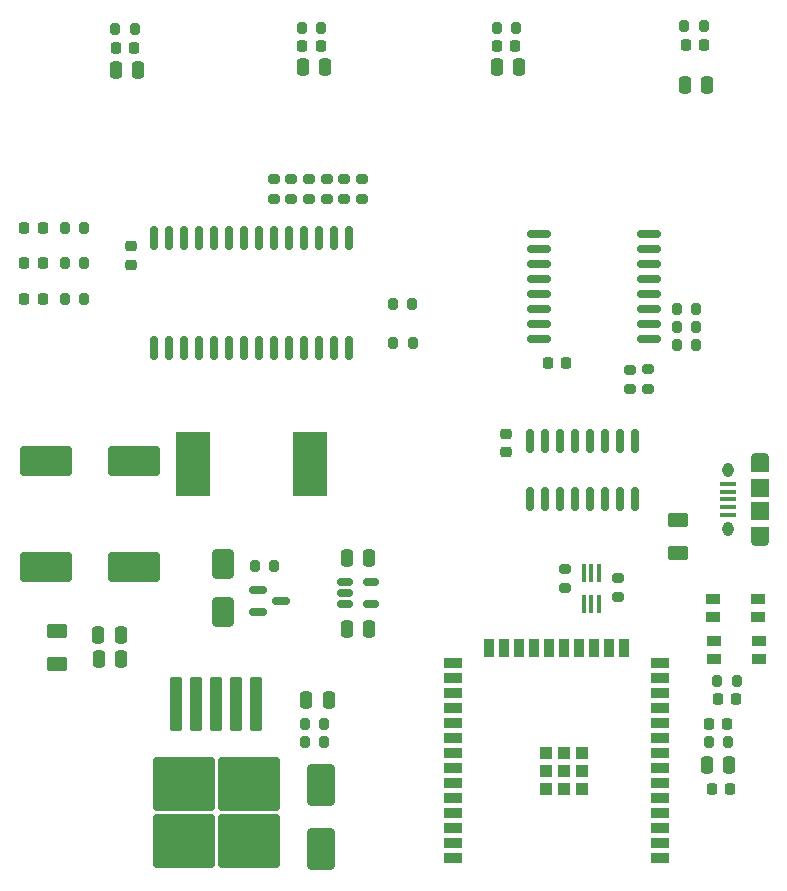
<source format=gtp>
G04 #@! TF.GenerationSoftware,KiCad,Pcbnew,8.0.3-8.0.3-0~ubuntu20.04.1*
G04 #@! TF.CreationDate,2024-08-18T22:02:50-04:00*
G04 #@! TF.ProjectId,syringe_pump,73797269-6e67-4655-9f70-756d702e6b69,rev?*
G04 #@! TF.SameCoordinates,Original*
G04 #@! TF.FileFunction,Paste,Top*
G04 #@! TF.FilePolarity,Positive*
%FSLAX46Y46*%
G04 Gerber Fmt 4.6, Leading zero omitted, Abs format (unit mm)*
G04 Created by KiCad (PCBNEW 8.0.3-8.0.3-0~ubuntu20.04.1) date 2024-08-18 22:02:50*
%MOMM*%
%LPD*%
G01*
G04 APERTURE LIST*
G04 Aperture macros list*
%AMRoundRect*
0 Rectangle with rounded corners*
0 $1 Rounding radius*
0 $2 $3 $4 $5 $6 $7 $8 $9 X,Y pos of 4 corners*
0 Add a 4 corners polygon primitive as box body*
4,1,4,$2,$3,$4,$5,$6,$7,$8,$9,$2,$3,0*
0 Add four circle primitives for the rounded corners*
1,1,$1+$1,$2,$3*
1,1,$1+$1,$4,$5*
1,1,$1+$1,$6,$7*
1,1,$1+$1,$8,$9*
0 Add four rect primitives between the rounded corners*
20,1,$1+$1,$2,$3,$4,$5,0*
20,1,$1+$1,$4,$5,$6,$7,0*
20,1,$1+$1,$6,$7,$8,$9,0*
20,1,$1+$1,$8,$9,$2,$3,0*%
G04 Aperture macros list end*
%ADD10RoundRect,0.250000X-0.900000X1.500000X-0.900000X-1.500000X0.900000X-1.500000X0.900000X1.500000X0*%
%ADD11RoundRect,0.200000X0.200000X0.275000X-0.200000X0.275000X-0.200000X-0.275000X0.200000X-0.275000X0*%
%ADD12RoundRect,0.250000X-0.250000X-0.475000X0.250000X-0.475000X0.250000X0.475000X-0.250000X0.475000X0*%
%ADD13RoundRect,0.225000X0.225000X0.250000X-0.225000X0.250000X-0.225000X-0.250000X0.225000X-0.250000X0*%
%ADD14RoundRect,0.250000X0.650000X-1.000000X0.650000X1.000000X-0.650000X1.000000X-0.650000X-1.000000X0*%
%ADD15RoundRect,0.200000X0.275000X-0.200000X0.275000X0.200000X-0.275000X0.200000X-0.275000X-0.200000X0*%
%ADD16R,1.500000X0.900000*%
%ADD17R,0.900000X1.500000*%
%ADD18R,1.050000X1.050000*%
%ADD19RoundRect,0.225000X-0.225000X-0.250000X0.225000X-0.250000X0.225000X0.250000X-0.225000X0.250000X0*%
%ADD20RoundRect,0.250000X0.250000X0.475000X-0.250000X0.475000X-0.250000X-0.475000X0.250000X-0.475000X0*%
%ADD21RoundRect,0.100000X0.100000X-0.650000X0.100000X0.650000X-0.100000X0.650000X-0.100000X-0.650000X0*%
%ADD22RoundRect,0.250000X-0.300000X2.050000X-0.300000X-2.050000X0.300000X-2.050000X0.300000X2.050000X0*%
%ADD23RoundRect,0.250000X-2.375000X2.025000X-2.375000X-2.025000X2.375000X-2.025000X2.375000X2.025000X0*%
%ADD24RoundRect,0.218750X-0.218750X-0.256250X0.218750X-0.256250X0.218750X0.256250X-0.218750X0.256250X0*%
%ADD25RoundRect,0.150000X-0.512500X-0.150000X0.512500X-0.150000X0.512500X0.150000X-0.512500X0.150000X0*%
%ADD26RoundRect,0.250000X-1.950000X-1.000000X1.950000X-1.000000X1.950000X1.000000X-1.950000X1.000000X0*%
%ADD27RoundRect,0.200000X-0.275000X0.200000X-0.275000X-0.200000X0.275000X-0.200000X0.275000X0.200000X0*%
%ADD28O,1.550000X0.890000*%
%ADD29O,0.950000X1.250000*%
%ADD30R,1.350000X0.400000*%
%ADD31R,1.550000X1.200000*%
%ADD32R,1.550000X1.500000*%
%ADD33R,1.250000X0.900000*%
%ADD34RoundRect,0.200000X-0.200000X-0.275000X0.200000X-0.275000X0.200000X0.275000X-0.200000X0.275000X0*%
%ADD35RoundRect,0.150000X0.150000X-0.825000X0.150000X0.825000X-0.150000X0.825000X-0.150000X-0.825000X0*%
%ADD36R,2.900000X5.400000*%
%ADD37RoundRect,0.150000X0.875000X0.150000X-0.875000X0.150000X-0.875000X-0.150000X0.875000X-0.150000X0*%
%ADD38RoundRect,0.150000X-0.587500X-0.150000X0.587500X-0.150000X0.587500X0.150000X-0.587500X0.150000X0*%
%ADD39RoundRect,0.225000X0.250000X-0.225000X0.250000X0.225000X-0.250000X0.225000X-0.250000X-0.225000X0*%
%ADD40RoundRect,0.250000X-0.625000X0.375000X-0.625000X-0.375000X0.625000X-0.375000X0.625000X0.375000X0*%
%ADD41RoundRect,0.150000X0.150000X-0.875000X0.150000X0.875000X-0.150000X0.875000X-0.150000X-0.875000X0*%
%ADD42RoundRect,0.250000X0.625000X-0.375000X0.625000X0.375000X-0.625000X0.375000X-0.625000X-0.375000X0*%
G04 APERTURE END LIST*
D10*
X76350000Y-142200000D03*
X76350000Y-147600000D03*
D11*
X56325000Y-98000000D03*
X54675000Y-98000000D03*
D12*
X57500000Y-129500000D03*
X59400000Y-129500000D03*
D13*
X97150000Y-106405000D03*
X95600000Y-106405000D03*
D14*
X68100000Y-127500000D03*
X68100000Y-123500000D03*
D11*
X108775000Y-77950000D03*
X107125000Y-77950000D03*
D15*
X102490000Y-108650000D03*
X102490000Y-107000000D03*
D11*
X108150000Y-101905000D03*
X106500000Y-101905000D03*
D13*
X60550000Y-79750000D03*
X59000000Y-79750000D03*
D16*
X105045000Y-148350000D03*
X105045000Y-147080000D03*
X105045000Y-145810000D03*
X105045000Y-144540000D03*
X105045000Y-143270000D03*
X105045000Y-142000000D03*
X105045000Y-140730000D03*
X105045000Y-139460000D03*
X105045000Y-138190000D03*
X105045000Y-136920000D03*
X105045000Y-135650000D03*
X105045000Y-134380000D03*
X105045000Y-133110000D03*
X105045000Y-131840000D03*
D17*
X102005000Y-130590000D03*
X100735000Y-130590000D03*
X99465000Y-130590000D03*
X98195000Y-130590000D03*
X96925000Y-130590000D03*
X95655000Y-130590000D03*
X94385000Y-130590000D03*
X93115000Y-130590000D03*
X91845000Y-130590000D03*
X90575000Y-130590000D03*
D16*
X87545000Y-131840000D03*
X87545000Y-133110000D03*
X87545000Y-134380000D03*
X87545000Y-135650000D03*
X87545000Y-136920000D03*
X87545000Y-138190000D03*
X87545000Y-139460000D03*
X87545000Y-140730000D03*
X87545000Y-142000000D03*
X87545000Y-143270000D03*
X87545000Y-144540000D03*
X87545000Y-145810000D03*
X87545000Y-147080000D03*
X87545000Y-148350000D03*
D18*
X98500000Y-142535000D03*
X98500000Y-141010000D03*
X98500000Y-139485000D03*
X96975000Y-142535000D03*
X96975000Y-141010000D03*
X96975000Y-139485000D03*
X95450000Y-142535000D03*
X95450000Y-141010000D03*
X95450000Y-139485000D03*
D11*
X110825000Y-138500000D03*
X109175000Y-138500000D03*
D19*
X109225000Y-137000000D03*
X110775000Y-137000000D03*
D12*
X78550000Y-128937500D03*
X80450000Y-128937500D03*
D20*
X76700000Y-81400000D03*
X74800000Y-81400000D03*
D21*
X98600000Y-126880000D03*
X99250000Y-126880000D03*
X99900000Y-126880000D03*
X99900000Y-124220000D03*
X99250000Y-124220000D03*
X98600000Y-124220000D03*
D22*
X70900000Y-135350000D03*
X69200000Y-135350000D03*
X67500000Y-135350000D03*
D23*
X70275000Y-142075000D03*
X64725000Y-142075000D03*
X70275000Y-146925000D03*
X64725000Y-146925000D03*
D22*
X65800000Y-135350000D03*
X64100000Y-135350000D03*
D12*
X57550000Y-131500000D03*
X59450000Y-131500000D03*
D24*
X51212500Y-95000000D03*
X52787500Y-95000000D03*
D15*
X104050000Y-108625000D03*
X104050000Y-106975000D03*
D11*
X76650000Y-137000000D03*
X75000000Y-137000000D03*
D25*
X78362500Y-124987500D03*
X78362500Y-125937500D03*
X78362500Y-126887500D03*
X80637500Y-126887500D03*
X80637500Y-124987500D03*
D26*
X53100000Y-123700000D03*
X60500000Y-123700000D03*
D19*
X109450000Y-142500000D03*
X111000000Y-142500000D03*
D11*
X108150000Y-104905000D03*
X106500000Y-104905000D03*
X56325000Y-95000000D03*
X54675000Y-95000000D03*
D27*
X97000000Y-123875000D03*
X97000000Y-125525000D03*
D28*
X113500000Y-121500000D03*
D29*
X110800000Y-120500000D03*
X110800000Y-115500000D03*
D28*
X113500000Y-114500000D03*
D30*
X110800000Y-119300000D03*
X110800000Y-118650000D03*
X110800000Y-118000000D03*
X110800000Y-117350000D03*
X110800000Y-116700000D03*
D31*
X113500000Y-120900000D03*
D32*
X113500000Y-119000000D03*
X113500000Y-117000000D03*
D31*
X113500000Y-115100000D03*
D20*
X93150000Y-81350000D03*
X91250000Y-81350000D03*
D11*
X108150000Y-103405000D03*
X106500000Y-103405000D03*
D33*
X113475000Y-130000000D03*
X109625000Y-130000000D03*
X113475000Y-131500000D03*
X109625000Y-131500000D03*
D27*
X73850000Y-90900000D03*
X73850000Y-92550000D03*
D34*
X70737500Y-123650000D03*
X72387500Y-123650000D03*
D35*
X94055000Y-117975000D03*
X95325000Y-117975000D03*
X96595000Y-117975000D03*
X97865000Y-117975000D03*
X99135000Y-117975000D03*
X100405000Y-117975000D03*
X101675000Y-117975000D03*
X102945000Y-117975000D03*
X102945000Y-113025000D03*
X101675000Y-113025000D03*
X100405000Y-113025000D03*
X99135000Y-113025000D03*
X97865000Y-113025000D03*
X96595000Y-113025000D03*
X95325000Y-113025000D03*
X94055000Y-113025000D03*
D27*
X72350000Y-90900000D03*
X72350000Y-92550000D03*
D11*
X111575000Y-133400000D03*
X109925000Y-133400000D03*
D36*
X65550000Y-115000000D03*
X75450000Y-115000000D03*
D13*
X76325000Y-79600000D03*
X74775000Y-79600000D03*
D20*
X109050000Y-82900000D03*
X107150000Y-82900000D03*
D11*
X60600000Y-78200000D03*
X58950000Y-78200000D03*
D37*
X104150000Y-104445000D03*
X104150000Y-103175000D03*
X104150000Y-101905000D03*
X104150000Y-100635000D03*
X104150000Y-99365000D03*
X104150000Y-98095000D03*
X104150000Y-96825000D03*
X104150000Y-95555000D03*
X94850000Y-95555000D03*
X94850000Y-96825000D03*
X94850000Y-98095000D03*
X94850000Y-99365000D03*
X94850000Y-100635000D03*
X94850000Y-101905000D03*
X94850000Y-103175000D03*
X94850000Y-104445000D03*
D27*
X75350000Y-90900000D03*
X75350000Y-92550000D03*
D15*
X79850000Y-92550000D03*
X79850000Y-90900000D03*
D34*
X75000000Y-138500000D03*
X76650000Y-138500000D03*
D38*
X71062500Y-125650000D03*
X71062500Y-127550000D03*
X72937500Y-126600000D03*
D11*
X84150000Y-104750000D03*
X82500000Y-104750000D03*
D39*
X92000000Y-114000000D03*
X92000000Y-112450000D03*
D40*
X106550000Y-119700000D03*
X106550000Y-122500000D03*
D39*
X60250000Y-98125000D03*
X60250000Y-96575000D03*
D26*
X53100000Y-114700000D03*
X60500000Y-114700000D03*
D12*
X109050000Y-140500000D03*
X110950000Y-140500000D03*
D20*
X77000000Y-135000000D03*
X75100000Y-135000000D03*
D15*
X76850000Y-92525000D03*
X76850000Y-90875000D03*
D27*
X101500000Y-124625000D03*
X101500000Y-126275000D03*
D24*
X51212500Y-98000000D03*
X52787500Y-98000000D03*
D13*
X92825000Y-79600000D03*
X91275000Y-79600000D03*
D33*
X113375000Y-126450000D03*
X109525000Y-126450000D03*
X113375000Y-127950000D03*
X109525000Y-127950000D03*
D20*
X80450000Y-122937500D03*
X78550000Y-122937500D03*
D19*
X109975000Y-134900000D03*
X111525000Y-134900000D03*
D15*
X78350000Y-92525000D03*
X78350000Y-90875000D03*
D11*
X84075000Y-101450000D03*
X82425000Y-101450000D03*
D20*
X60900000Y-81600000D03*
X59000000Y-81600000D03*
D41*
X62245000Y-105150000D03*
X63515000Y-105150000D03*
X64785000Y-105150000D03*
X66055000Y-105150000D03*
X67325000Y-105150000D03*
X68595000Y-105150000D03*
X69865000Y-105150000D03*
X71135000Y-105150000D03*
X72405000Y-105150000D03*
X73675000Y-105150000D03*
X74945000Y-105150000D03*
X76215000Y-105150000D03*
X77485000Y-105150000D03*
X78755000Y-105150000D03*
X78755000Y-95850000D03*
X77485000Y-95850000D03*
X76215000Y-95850000D03*
X74945000Y-95850000D03*
X73675000Y-95850000D03*
X72405000Y-95850000D03*
X71135000Y-95850000D03*
X69865000Y-95850000D03*
X68595000Y-95850000D03*
X67325000Y-95850000D03*
X66055000Y-95850000D03*
X64785000Y-95850000D03*
X63515000Y-95850000D03*
X62245000Y-95850000D03*
D42*
X54000000Y-131950000D03*
X54000000Y-129150000D03*
D13*
X108825000Y-79500000D03*
X107275000Y-79500000D03*
D11*
X92875000Y-78050000D03*
X91225000Y-78050000D03*
D24*
X51212500Y-101000000D03*
X52787500Y-101000000D03*
D11*
X76375000Y-78050000D03*
X74725000Y-78050000D03*
X56325000Y-101000000D03*
X54675000Y-101000000D03*
M02*

</source>
